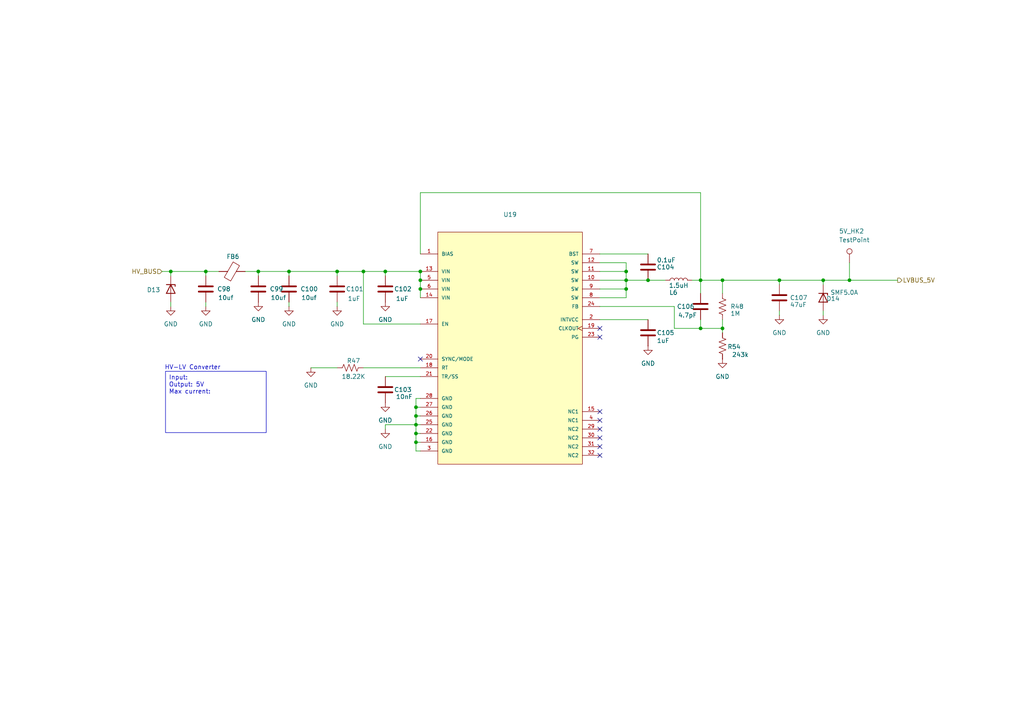
<source format=kicad_sch>
(kicad_sch (version 20250114) (generator "eeschema") (generator_version "9.0")
  (paper "A4")
  (lib_symbols
    (symbol "Connector:TestPoint" (pin_numbers (hide yes)) (pin_names (offset 0.762) (hide yes))
      (property "Reference" "TP" (at 0 6.858 0))
      (property "Value" "TestPoint" (at 0 5.08 0))
      (symbol "TestPoint_0_1"
        (circle (center 0 3.302) (radius 0.762))
      )
      (symbol "TestPoint_1_1"
        (pin passive line (at 0 0 90) (length 2.54) (name "1") (number "1"))
      )
    )
    (symbol "Device:C" (pin_numbers (hide yes)) (pin_names (offset 0.254))
      (property "Reference" "C" (at 0.635 2.54 0))
      (property "Value" "C" (at 0.635 -2.54 0))
      (symbol "C_0_1"
        (polyline (pts (xy -2.032 0.762) (xy 2.032 0.762)) (stroke (width 0.508)))
        (polyline (pts (xy -2.032 -0.762) (xy 2.032 -0.762)) (stroke (width 0.508)))
      )
      (symbol "C_1_1"
        (pin passive line (at 0 3.81 270) (length 2.794) (name "~") (number "1"))
        (pin passive line (at 0 -3.81 90) (length 2.794) (name "~") (number "2"))
      )
    )
    (symbol "Device:D_Zener" (pin_numbers (hide yes)) (pin_names (offset 1.016) (hide yes))
      (property "Reference" "D" (at 0 2.54 0))
      (property "Value" "D_Zener" (at 0 -2.54 0))
      (symbol "D_Zener_0_1"
        (polyline (pts (xy -1.27 -1.27) (xy -1.27 1.27) (xy -0.762 1.27)) (stroke (width 0.254)))
        (polyline (pts (xy 1.27 0) (xy -1.27 0)))
        (polyline (pts (xy 1.27 -1.27) (xy 1.27 1.27) (xy -1.27 0) (xy 1.27 -1.27)) (stroke (width 0.254)))
      )
      (symbol "D_Zener_1_1"
        (pin passive line (at -3.81 0 0) (length 2.54) (name "K") (number "1"))
        (pin passive line (at 3.81 0 180) (length 2.54) (name "A") (number "2"))
      )
    )
    (symbol "Device:FerriteBead" (pin_numbers (hide yes)) (pin_names (offset 0))
      (property "Reference" "FB" (at -3.81 0.635 90))
      (property "Value" "FerriteBead" (at 3.81 0 90))
      (symbol "FerriteBead_0_1"
        (polyline (pts (xy -2.7686 0.4064) (xy -1.7018 2.2606) (xy 2.7686 -0.3048) (xy 1.6764 -2.159) (xy -2.7686 0.4064)))
        (polyline (pts (xy 0 1.27) (xy 0 1.2954)))
        (polyline (pts (xy 0 -1.27) (xy 0 -1.2192)))
      )
      (symbol "FerriteBead_1_1"
        (pin passive line (at 0 3.81 270) (length 2.54) (name "~") (number "1"))
        (pin passive line (at 0 -3.81 90) (length 2.54) (name "~") (number "2"))
      )
    )
    (symbol "Device:L" (pin_numbers (hide yes)) (pin_names (offset 1.016) (hide yes))
      (property "Reference" "L" (at -1.27 0 90))
      (property "Value" "L" (at 1.905 0 90))
      (symbol "L_0_1"
        (arc (start 0 2.54) (mid 0.6323 1.905) (end 0 1.27))
        (arc (start 0 1.27) (mid 0.6323 0.635) (end 0 0))
        (arc (start 0 0) (mid 0.6323 -0.635) (end 0 -1.27))
        (arc (start 0 -1.27) (mid 0.6323 -1.905) (end 0 -2.54))
      )
      (symbol "L_1_1"
        (pin passive line (at 0 3.81 270) (length 1.27) (name "1") (number "1"))
        (pin passive line (at 0 -3.81 90) (length 1.27) (name "2") (number "2"))
      )
    )
    (symbol "Device:R_US" (pin_numbers (hide yes)) (pin_names (offset 0))
      (property "Reference" "R" (at 2.54 0 90))
      (property "Value" "R_US" (at -2.54 0 90))
      (symbol "R_US_0_1"
        (polyline (pts (xy 0 2.286) (xy 0 2.54)))
        (polyline (pts (xy 0 2.286) (xy 1.016 1.905) (xy 0 1.524) (xy -1.016 1.143) (xy 0 0.762)))
        (polyline (pts (xy 0 0.762) (xy 1.016 0.381) (xy 0 0) (xy -1.016 -0.381) (xy 0 -0.762)))
        (polyline (pts (xy 0 -0.762) (xy 1.016 -1.143) (xy 0 -1.524) (xy -1.016 -1.905) (xy 0 -2.286)))
        (polyline (pts (xy 0 -2.286) (xy 0 -2.54)))
      )
      (symbol "R_US_1_1"
        (pin passive line (at 0 3.81 270) (length 1.27) (name "~") (number "1"))
        (pin passive line (at 0 -3.81 90) (length 1.27) (name "~") (number "2"))
      )
    )
    (symbol "_LT8640S:LT8640SEV_PBF" (pin_names (offset 1.016))
      (property "Reference" "U" (at -21.59 36.576 0))
      (property "Value" "LT8640SEV_PBF" (at -21.59 -34.544 0))
      (symbol "LT8640SEV_PBF_0_0"
        (rectangle (start -21.59 35.56) (end 20.32 -31.75) (stroke (width 0.1524)) (fill (type background)))
        (pin input line (at -26.67 29.21 0) (length 5.08) (name "BIAS") (number "1"))
        (pin input line (at -26.67 24.13 0) (length 5.08) (name "VIN") (number "13"))
        (pin input line (at -26.67 21.59 0) (length 5.08) (name "VIN") (number "5"))
        (pin input line (at -26.67 19.05 0) (length 5.08) (name "VIN") (number "6"))
        (pin input line (at -26.67 16.51 0) (length 5.08) (name "VIN") (number "14"))
        (pin input line (at -26.67 8.89 0) (length 5.08) (name "EN") (number "17"))
        (pin input line (at -26.67 -1.27 0) (length 5.08) (name "SYNC/MODE") (number "20"))
        (pin passive line (at -26.67 -3.81 0) (length 5.08) (name "RT") (number "18"))
        (pin passive line (at -26.67 -6.35 0) (length 5.08) (name "TR/SS") (number "21"))
        (pin power_in line (at -26.67 -12.7 0) (length 5.08) (name "GND") (number "28"))
        (pin power_in line (at -26.67 -15.24 0) (length 5.08) (name "GND") (number "27"))
        (pin power_in line (at -26.67 -17.78 0) (length 5.08) (name "GND") (number "26"))
        (pin power_in line (at -26.67 -20.32 0) (length 5.08) (name "GND") (number "25"))
        (pin power_in line (at -26.67 -22.86 0) (length 5.08) (name "GND") (number "22"))
        (pin power_in line (at -26.67 -25.4 0) (length 5.08) (name "GND") (number "16"))
        (pin power_in line (at -26.67 -27.94 0) (length 5.08) (name "GND") (number "3"))
        (pin passive line (at 25.4 29.21 180) (length 5.08) (name "BST") (number "7"))
        (pin input line (at 25.4 13.97 180) (length 5.08) (name "FB") (number "24"))
        (pin passive line (at 25.4 10.16 180) (length 5.08) (name "INTVCC") (number "2"))
        (pin output clock (at 25.4 7.62 180) (length 5.08) (name "CLKOUT") (number "19"))
        (pin output line (at 25.4 5.08 180) (length 5.08) (name "PG") (number "23"))
        (pin power_in line (at 25.4 -16.51 180) (length 5.08) (name "NC1") (number "15"))
        (pin power_in line (at 25.4 -19.05 180) (length 5.08) (name "NC1") (number "4"))
        (pin power_in line (at 25.4 -21.59 180) (length 5.08) (name "NC2") (number "29"))
        (pin power_in line (at 25.4 -24.13 180) (length 5.08) (name "NC2") (number "30"))
        (pin power_in line (at 25.4 -26.67 180) (length 5.08) (name "NC2") (number "31"))
        (pin power_in line (at 25.4 -29.21 180) (length 5.08) (name "NC2") (number "32"))
      )
      (symbol "LT8640SEV_PBF_1_0"
        (pin passive line (at 25.4 26.67 180) (length 5.08) (name "SW") (number "12"))
        (pin passive line (at 25.4 24.13 180) (length 5.08) (name "SW") (number "11"))
        (pin passive line (at 25.4 21.59 180) (length 5.08) (name "SW") (number "10"))
        (pin passive line (at 25.4 19.05 180) (length 5.08) (name "SW") (number "9"))
        (pin passive line (at 25.4 16.51 180) (length 5.08) (name "SW") (number "8"))
      )
    )
    (symbol "power:GND" (power) (pin_numbers (hide yes)) (pin_names (offset 0) (hide yes))
      (property "Value" "GND" (at 0 -3.81 0))
      (symbol "GND_0_1"
        (polyline (pts (xy 0 0) (xy 0 -1.27) (xy 1.27 -1.27) (xy 0 -2.54) (xy -1.27 -1.27) (xy 0 -1.27)))
      )
      (symbol "GND_1_1"
        (pin power_in line (at 0 0 270) (length 0) (name "~") (number "1"))
      )
    )
  )
  (text "HV-LV Converter\n" (at 55.88 106.68 0) (effects (font (size 1.27 1.27))))
  (text_box "Input:\nOutput: 5V\nMax current: " (at 48.006 107.696 0) (size 29.21 17.78) (margins 0.9525 0.9525 0.9525 0.9525) (effects (font (size 1.27 1.27)) (justify left top)))
  (junction (at 111.76 78.74))
  (junction (at 238.76 81.28))
  (junction (at 209.55 81.28))
  (junction (at 83.82 78.74))
  (junction (at 181.61 81.28))
  (junction (at 97.79 78.74))
  (junction (at 121.92 81.28))
  (junction (at 181.61 83.82))
  (junction (at 121.92 78.74))
  (junction (at 187.96 81.28))
  (junction (at 181.61 78.74))
  (junction (at 120.65 125.73))
  (junction (at 209.55 95.25))
  (junction (at 105.41 78.74))
  (junction (at 226.06 81.28))
  (junction (at 49.53 78.74))
  (junction (at 203.2 81.28))
  (junction (at 120.65 118.11))
  (junction (at 246.38 81.28))
  (junction (at 74.93 78.74))
  (junction (at 120.65 123.19))
  (junction (at 59.69 78.74))
  (junction (at 203.2 95.25))
  (junction (at 121.92 83.82))
  (junction (at 120.65 128.27))
  (junction (at 120.65 120.65))
  (no_connect (at 173.99 97.79))
  (no_connect (at 173.99 127))
  (no_connect (at 173.99 129.54))
  (no_connect (at 173.99 121.92))
  (no_connect (at 173.99 124.46))
  (no_connect (at 173.99 119.38))
  (no_connect (at 173.99 95.25))
  (no_connect (at 121.92 104.14))
  (no_connect (at 173.99 132.08))
  (wire (pts (xy 187.96 81.28) (xy 193.04 81.28)))
  (wire (pts (xy 59.69 80.01) (xy 59.69 78.74)))
  (wire (pts (xy 203.2 55.88) (xy 203.2 81.28)))
  (wire (pts (xy 71.12 78.74) (xy 74.93 78.74)))
  (wire (pts (xy 209.55 95.25) (xy 209.55 96.52)))
  (wire (pts (xy 121.92 81.28) (xy 121.92 83.82)))
  (wire (pts (xy 238.76 81.28) (xy 246.38 81.28)))
  (wire (pts (xy 120.65 123.19) (xy 121.92 123.19)))
  (wire (pts (xy 195.58 95.25) (xy 203.2 95.25)))
  (wire (pts (xy 238.76 90.17) (xy 238.76 91.44)))
  (wire (pts (xy 120.65 120.65) (xy 121.92 120.65)))
  (wire (pts (xy 226.06 91.44) (xy 226.06 90.17)))
  (wire (pts (xy 181.61 78.74) (xy 181.61 76.2)))
  (wire (pts (xy 173.99 81.28) (xy 181.61 81.28)))
  (wire (pts (xy 111.76 109.22) (xy 121.92 109.22)))
  (wire (pts (xy 97.79 78.74) (xy 105.41 78.74)))
  (wire (pts (xy 173.99 88.9) (xy 195.58 88.9)))
  (wire (pts (xy 121.92 55.88) (xy 121.92 73.66)))
  (wire (pts (xy 120.65 130.81) (xy 121.92 130.81)))
  (wire (pts (xy 203.2 81.28) (xy 209.55 81.28)))
  (wire (pts (xy 209.55 81.28) (xy 209.55 85.09)))
  (wire (pts (xy 59.69 78.74) (xy 63.5 78.74)))
  (wire (pts (xy 120.65 128.27) (xy 121.92 128.27)))
  (wire (pts (xy 209.55 92.71) (xy 209.55 95.25)))
  (wire (pts (xy 59.69 88.9) (xy 59.69 87.63)))
  (wire (pts (xy 195.58 88.9) (xy 195.58 95.25)))
  (wire (pts (xy 120.65 128.27) (xy 120.65 130.81)))
  (wire (pts (xy 203.2 95.25) (xy 203.2 92.71)))
  (wire (pts (xy 111.76 123.19) (xy 120.65 123.19)))
  (wire (pts (xy 74.93 80.01) (xy 74.93 78.74)))
  (wire (pts (xy 105.41 78.74) (xy 105.41 93.98)))
  (wire (pts (xy 120.65 118.11) (xy 121.92 118.11)))
  (wire (pts (xy 121.92 55.88) (xy 203.2 55.88)))
  (wire (pts (xy 181.61 83.82) (xy 181.61 81.28)))
  (wire (pts (xy 173.99 78.74) (xy 181.61 78.74)))
  (wire (pts (xy 83.82 78.74) (xy 97.79 78.74)))
  (wire (pts (xy 49.53 87.63) (xy 49.53 88.9)))
  (wire (pts (xy 105.41 93.98) (xy 121.92 93.98)))
  (wire (pts (xy 74.93 78.74) (xy 83.82 78.74)))
  (wire (pts (xy 120.65 125.73) (xy 120.65 128.27)))
  (wire (pts (xy 83.82 80.01) (xy 83.82 78.74)))
  (wire (pts (xy 90.17 106.68) (xy 97.79 106.68)))
  (wire (pts (xy 246.38 81.28) (xy 246.38 76.2)))
  (wire (pts (xy 173.99 92.71) (xy 187.96 92.71)))
  (wire (pts (xy 173.99 73.66) (xy 187.96 73.66)))
  (wire (pts (xy 120.65 120.65) (xy 120.65 123.19)))
  (wire (pts (xy 120.65 115.57) (xy 120.65 118.11)))
  (wire (pts (xy 238.76 81.28) (xy 238.76 82.55)))
  (wire (pts (xy 209.55 81.28) (xy 226.06 81.28)))
  (wire (pts (xy 226.06 82.55) (xy 226.06 81.28)))
  (wire (pts (xy 111.76 123.19) (xy 111.76 124.46)))
  (wire (pts (xy 105.41 106.68) (xy 121.92 106.68)))
  (wire (pts (xy 173.99 86.36) (xy 181.61 86.36)))
  (wire (pts (xy 111.76 78.74) (xy 121.92 78.74)))
  (wire (pts (xy 83.82 88.9) (xy 83.82 87.63)))
  (wire (pts (xy 121.92 78.74) (xy 121.92 81.28)))
  (wire (pts (xy 49.53 78.74) (xy 49.53 80.01)))
  (wire (pts (xy 120.65 125.73) (xy 121.92 125.73)))
  (wire (pts (xy 120.65 123.19) (xy 120.65 125.73)))
  (wire (pts (xy 226.06 81.28) (xy 238.76 81.28)))
  (wire (pts (xy 246.38 81.28) (xy 260.35 81.28)))
  (wire (pts (xy 121.92 115.57) (xy 120.65 115.57)))
  (wire (pts (xy 49.53 78.74) (xy 59.69 78.74)))
  (wire (pts (xy 200.66 81.28) (xy 203.2 81.28)))
  (wire (pts (xy 173.99 83.82) (xy 181.61 83.82)))
  (wire (pts (xy 173.99 76.2) (xy 181.61 76.2)))
  (wire (pts (xy 181.61 81.28) (xy 187.96 81.28)))
  (wire (pts (xy 105.41 78.74) (xy 111.76 78.74)))
  (wire (pts (xy 97.79 88.9) (xy 97.79 87.63)))
  (wire (pts (xy 181.61 81.28) (xy 181.61 78.74)))
  (wire (pts (xy 121.92 83.82) (xy 121.92 86.36)))
  (wire (pts (xy 111.76 80.01) (xy 111.76 78.74)))
  (wire (pts (xy 46.99 78.74) (xy 49.53 78.74)))
  (wire (pts (xy 120.65 118.11) (xy 120.65 120.65)))
  (wire (pts (xy 209.55 95.25) (xy 203.2 95.25)))
  (wire (pts (xy 203.2 85.09) (xy 203.2 81.28)))
  (wire (pts (xy 181.61 86.36) (xy 181.61 83.82)))
  (wire (pts (xy 97.79 80.01) (xy 97.79 78.74)))
  (hierarchical_label "HV_BUS" (shape input) (at 46.99 78.74 180))
  (hierarchical_label "LVBUS_5V" (shape output) (at 260.35 81.28 0))
  (symbol (lib_id "Device:C") (at 97.79 83.82 0) (unit 1)
    (property "Reference" "C101" (at 100.33 83.82 0) (effects (justify left)))
    (property "Value" "1uF" (at 100.838 86.614 0) (effects (justify left)))
    (property "Footprint" "Capacitor_SMD:C_0603_1608Metric" (effects (hide yes)))
    (property "Datasheet" "https://mm.digikey.com/Volume0/opasdata/d220001/medias/docus/506/UMK107AB7105KA-T_SS.pdf" (effects (hide yes)))
    (property "Description" "1 µF ±10% 50V Ceramic Capacitor X7R 0603 (1608 Metric)" (effects (hide yes)))
    (property "Mfr" "Taiyo Yuden" (effects (hide yes)))
    (property "Mfr P/N" "UMK107AB7105KA-T" (effects (hide yes)))
    (property "Supplier_1" "DigiKey" (effects (hide yes)))
    (property "Supplier_1 P/N" "587-3247-2-ND" (effects (hide yes)))
    (property "Supplier_1 Unit Price" "$0.08" (effects (hide yes)))
    (property "Supplier_1_Price @ QTY" "1" (effects (hide yes)))
  )
  (symbol (lib_id "Device:D_Zener") (at 49.53 83.82 270) (unit 1)
    (property "Reference" "D13" (at 46.482 84.074 90) (effects (justify right)))
    (property "Value" "SMCJ26A" (effects (hide yes)))
    (property "Footprint" "Diode_SMD:D_SMC" (effects (hide yes)))
    (property "Datasheet" "https://www.littelfuse.com/assetdocs/littelfuse_tvs_diode_smcj_datasheet.pdf?assetguid=37388813-0d6d-4329-969b-1aa8b7614ac1" (effects (hide yes)))
    (property "Description" "Zener diode" (effects (hide yes)))
    (property "PARTREV" "11/20/15" (effects (hide yes)))
    (property "STANDARD" "IPC-7351B" (effects (hide yes)))
    (property "MAXIMUM_PACKAGE_HEIGHT" "2.62mm" (effects (hide yes)))
    (property "MANUFACTURER" "LittelFuse" (effects (hide yes)))
    (property "Mfr" "Littelfuse Inc." (effects (hide yes)))
    (property "Mfr P/N" "SMCJ26A" (effects (hide yes)))
    (property "Supplier_1" "Digikey" (effects (hide yes)))
    (property "Supplier_1 P/N" "SMCJ26ALFTR-ND" (effects (hide yes)))
    (property "Supplier_1 Unit Price" "0.35000" (effects (hide yes)))
    (property "Supplier_1 Price @ Qty" "1" (effects (hide yes)))
  )
  (symbol (lib_id "Device:FerriteBead") (at 67.31 78.74 90) (unit 1)
    (property "Reference" "FB6" (at 67.564 74.422 90))
    (property "Value" "FerriteBead" (effects (hide yes)))
    (property "Footprint" "Inductor_SMD:L_1812_4532Metric" (effects (hide yes)))
    (property "Datasheet" "https://www.we-online.com/components/products/datasheet/74279226101.pdf" (effects (hide yes)))
    (property "Description" "Ferrite bead" (effects (hide yes)))
    (property "Mfr" "Würth Elektronik" (effects (hide yes)))
    (property "Mfr P/N" "74279226101" (effects (hide yes)))
    (property "Supplier_1" "DigiKey" (effects (hide yes)))
    (property "Supplier_1 P/N" "732-3431-2-ND" (effects (hide yes)))
    (property "Supplier_1 Unit Price" "$0.68" (effects (hide yes)))
    (property "Supplier_1_Price @ Qty" "1" (effects (hide yes)))
  )
  (symbol (lib_id "Device:D_Zener") (at 238.76 86.36 270) (unit 1)
    (property "Reference" "D14" (at 243.586 86.614 90) (effects (justify right)))
    (property "Value" "SMF5.0A" (at 248.92 84.836 90) (effects (justify right)))
    (property "Footprint" "Diode_SMD:D_SOD-123F" (effects (hide yes)))
    (property "Datasheet" "https://diotec.com/request/datasheet/smf50a.pdf" (effects (hide yes)))
    (property "Description" "Zener diode" (effects (hide yes)))
    (property "PARTREV" "11/20/15" (effects (hide yes)))
    (property "STANDARD" "IPC-7351B" (effects (hide yes)))
    (property "MAXIMUM_PACKAGE_HEIGHT" "2.62mm" (effects (hide yes)))
    (property "Mfr" "Diotec Semiconductor" (effects (hide yes)))
    (property "Mfr P/N" "SMF5.0A" (effects (hide yes)))
    (property "Supplier_1" "DigiKey" (effects (hide yes)))
    (property "Supplier_1 P/N" "4878-SMF5.0ATR-ND" (effects (hide yes)))
    (property "Supplier_1 Unit Price" "0.25000" (effects (hide yes)))
    (property "Supplier_1 Price @ Qty" "1" (effects (hide yes)))
  )
  (symbol (lib_id "power:GND") (at 226.06 91.44 0) (unit 1)
    (property "Reference" "#PWR0171" (effects (hide yes)))
    (property "Value" "GND" (at 226.06 96.52 0))
    (property "Description" "Power symbol creates a global label with name \"GND\" , ground" (effects (hide yes)))
  )
  (symbol (lib_id "Device:C") (at 111.76 113.03 0) (unit 1)
    (property "Reference" "C103" (at 114.3 113.03 0) (effects (justify left)))
    (property "Value" "10nF" (at 114.808 115.062 0) (effects (justify left)))
    (property "Footprint" "Capacitor_SMD:C_0603_1608Metric" (effects (hide yes)))
    (property "Datasheet" "https://mm.digikey.com/Volume0/opasdata/d220001/medias/docus/609/CL10B103KB8NNNC_Spec.pdf" (effects (hide yes)))
    (property "Description" "10000 pF ±10% 50V Ceramic Capacitor X7R 0603 (1608 Metric)" (effects (hide yes)))
    (property "Mfr" "Samsung Electro-Mechanics" (effects (hide yes)))
    (property "Mfr P/N" "CL10B103KB8NNNC" (effects (hide yes)))
    (property "Supplier_1" "DigiKey" (effects (hide yes)))
    (property "Supplier_1 P/N" "1276-1009-2-ND" (effects (hide yes)))
    (property "Supplier_1 Unit Price" "$0.08" (effects (hide yes)))
    (property "Supplier_1_Price @ QTY" "1" (effects (hide yes)))
  )
  (symbol (lib_id "_LT8640S:LT8640SEV_PBF") (at 148.59 102.87 0) (unit 1)
    (property "Reference" "U19" (at 147.955 62.23 0))
    (property "Value" "LT8640SEV_PBF" (effects (hide yes)))
    (property "Footprint" "_LVBus:CONV_LT8640SEV_PBF" (effects (hide yes)))
    (property "Datasheet" "https://www.analog.com/media/en/technical-documentation/data-sheets/lt8640s-8643s.pdf" (effects (hide yes)))
    (property "Description" "IC REG BUCK ADJ 6A 24LQFN" (effects (hide yes)))
    (property "Mfr" "Analog Devices Inc." (effects (hide yes)))
    (property "Mfr P/N" "LT8640SEV#PBF" (effects (hide yes)))
    (property "Supplier_1" "Digikey" (effects (hide yes)))
    (property "Supplier_1 P/N" "505-LT8640SEV#PBF-ND" (effects (hide yes)))
    (property "Supplier_1 Unit Price" "13.52000" (effects (hide yes)))
    (property "Supplier_1 Price @ Qty" "1" (effects (hide yes)))
  )
  (symbol (lib_id "power:GND") (at 111.76 124.46 0) (unit 1)
    (property "Reference" "#PWR0168" (effects (hide yes)))
    (property "Value" "GND" (at 111.76 129.54 0))
    (property "Description" "Power symbol creates a global label with name \"GND\" , ground" (effects (hide yes)))
  )
  (symbol (lib_id "Connector:TestPoint") (at 246.38 76.2 0) (unit 1)
    (property "Reference" "5V_HK2" (at 243.332 67.056 0) (effects (justify left)))
    (property "Value" "TestPoint" (at 243.332 69.596 0) (effects (justify left)))
    (property "Footprint" "_LVBus:HARWIN_S1751-46R" (effects (hide yes)))
    (property "Datasheet" "https://content.harwin.com/m/c5b84e6a45e9b9f6/original/DRG-02202-Technical-Drawing-Datasheet-S1751R-pdf.pdf" (effects (hide yes)))
    (property "Description" "PC TEST POINT NATURAL" (effects (hide yes)))
    (property "Mfr" "Harwin Inc." (effects (hide yes)))
    (property "Mfr P/N" "S1751-46R" (effects (hide yes)))
    (property "Supplier_1" "Digikey" (effects (hide yes)))
    (property "Supplier_1 P/N" "952-1478-2-ND" (effects (hide yes)))
    (property "Supplier_1 Unit Price" "0.28000" (effects (hide yes)))
    (property "Supplier_1 Price @ Qty" "1" (effects (hide yes)))
  )
  (symbol (lib_id "Device:R_US") (at 209.55 88.9 0) (unit 1)
    (property "Reference" "R48" (at 211.836 88.9 0) (effects (justify left)))
    (property "Value" "1M" (at 211.836 90.932 0) (effects (justify left)))
    (property "Footprint" "Resistor_SMD:R_0603_1608Metric" (effects (hide yes)))
    (property "Datasheet" "https://industrial.panasonic.com/cdbs/www-data/pdf/RDA0000/AOA0000C304.pdf" (effects (hide yes)))
    (property "Description" "RES SMD 1M OHM 1% 1/10W 0603" (effects (hide yes)))
    (property "Mfr" "Panasonic Electronic Components" (effects (hide yes)))
    (property "Mfr P/N" "ERJ-3EKF1004V" (effects (hide yes)))
    (property "Supplier_1" "DigiKey" (effects (hide yes)))
    (property "Supplier_1 P/N" "P1.00MHTR-ND" (effects (hide yes)))
    (property "Supplier_1 Unit Price" "0.10" (effects (hide yes)))
    (property "Supplier_1 Price @ Qty" "1" (effects (hide yes)))
  )
  (symbol (lib_id "power:GND") (at 90.17 106.68 0) (unit 1)
    (property "Reference" "#PWR0164" (effects (hide yes)))
    (property "Value" "GND" (at 90.17 111.76 0))
    (property "Description" "Power symbol creates a global label with name \"GND\" , ground" (effects (hide yes)))
  )
  (symbol (lib_id "Device:C") (at 203.2 88.9 0) (unit 1)
    (property "Reference" "C106" (at 198.882 88.9 0))
    (property "Value" "4.7pF" (at 199.39 91.44 0))
    (property "Footprint" "Capacitor_SMD:C_0603_1608Metric" (effects (hide yes)))
    (property "Datasheet" "https://search.murata.co.jp/Ceramy/image/img/A01X/G101/ENG/GRM1885C1H4R7CA01-01.pdf" (effects (hide yes)))
    (property "Description" "CAP CER 4.7PF 50V C0G/NP0 0603" (effects (hide yes)))
    (property "Mfr" "Murata Electronics" (effects (hide yes)))
    (property "Mfr P/N" "GRM1885C1H4R7CA01D" (effects (hide yes)))
    (property "Supplier_1" "DigiKey" (effects (hide yes)))
    (property "Supplier_1 P/N" "490-12722-2-ND" (effects (hide yes)))
    (property "Supplier_1 Unit Price" "0.12" (effects (hide yes)))
    (property "Supplier_1_Price @ QTY" "1" (effects (hide yes)))
  )
  (symbol (lib_id "power:GND") (at 209.55 104.14 0) (unit 1)
    (property "Reference" "#PWR0170" (effects (hide yes)))
    (property "Value" "GND" (at 209.55 109.22 0))
    (property "Description" "Power symbol creates a global label with name \"GND\" , ground" (effects (hide yes)))
  )
  (symbol (lib_id "Device:C") (at 83.82 83.82 0) (unit 1)
    (property "Reference" "C100" (at 87.122 83.82 0) (effects (justify left)))
    (property "Value" "10uf" (at 87.376 86.36 0) (effects (justify left)))
    (property "Footprint" "Capacitor_SMD:C_1210_3225Metric" (effects (hide yes)))
    (property "Datasheet" "https://mm.digikey.com/Volume0/opasdata/d220001/medias/docus/41/CL32B106KBJNNWE_Spec.pdf" (effects (hide yes)))
    (property "Description" "CAP CER 10UF 50V X7R 1210" (effects (hide yes)))
    (property "Mfr" "Samsung Electro-Mechanics" (effects (hide yes)))
    (property "Mfr P/N" "CL32B106KBJNNWE" (effects (hide yes)))
    (property "Supplier_1" "DigiKey" (effects (hide yes)))
    (property "Supplier_1 P/N" "1276-3388-2-ND" (effects (hide yes)))
    (property "Supplier_1 Unit Price" "$0.22" (effects (hide yes)))
    (property "Supplier_1_Price @ Qty" "1" (effects (hide yes)))
  )
  (symbol (lib_id "Device:C") (at 111.76 83.82 0) (unit 1)
    (property "Reference" "C102" (at 114.3 83.82 0) (effects (justify left)))
    (property "Value" "1uF" (at 114.808 86.614 0) (effects (justify left)))
    (property "Footprint" "Capacitor_SMD:C_0603_1608Metric" (effects (hide yes)))
    (property "Datasheet" "https://mm.digikey.com/Volume0/opasdata/d220001/medias/docus/506/UMK107AB7105KA-T_SS.pdf" (effects (hide yes)))
    (property "Description" "1 µF ±10% 50V Ceramic Capacitor X7R 0603 (1608 Metric)" (effects (hide yes)))
    (property "Mfr" "Taiyo Yuden" (effects (hide yes)))
    (property "Mfr P/N" "UMK107AB7105KA-T" (effects (hide yes)))
    (property "Supplier_1" "DigiKey" (effects (hide yes)))
    (property "Supplier_1 P/N" "587-3247-2-ND" (effects (hide yes)))
    (property "Supplier_1 Unit Price" "$0.08" (effects (hide yes)))
    (property "Supplier_1_Price @ QTY" "1" (effects (hide yes)))
  )
  (symbol (lib_id "power:GND") (at 111.76 87.63 0) (unit 1)
    (property "Reference" "#PWR0166" (effects (hide yes)))
    (property "Value" "GND" (at 111.76 92.71 0))
    (property "Description" "Power symbol creates a global label with name \"GND\" , ground" (effects (hide yes)))
  )
  (symbol (lib_id "power:GND") (at 97.79 88.9 0) (unit 1)
    (property "Reference" "#PWR0165" (effects (hide yes)))
    (property "Value" "GND" (at 97.79 93.98 0))
    (property "Description" "Power symbol creates a global label with name \"GND\" , ground" (effects (hide yes)))
  )
  (symbol (lib_id "power:GND") (at 83.82 88.9 0) (unit 1)
    (property "Reference" "#PWR0163" (effects (hide yes)))
    (property "Value" "GND" (at 83.82 93.98 0))
    (property "Description" "Power symbol creates a global label with name \"GND\" , ground" (effects (hide yes)))
  )
  (symbol (lib_id "Device:C") (at 226.06 86.36 0) (unit 1)
    (property "Reference" "C107" (at 229.108 86.36 0) (effects (justify left)))
    (property "Value" "47uF" (at 229.108 88.392 0) (effects (justify left)))
    (property "Footprint" "Capacitor_SMD:C_1210_3225Metric" (effects (hide yes)))
    (property "Datasheet" "https://mm.digikey.com/Volume0/opasdata/d220001/medias/docus/7155/DataSheet_CL32A476KOJNNN_20250708.pdf" (effects (hide yes)))
    (property "Description" "CAP CER 47UF 16V X5R 1210" (effects (hide yes)))
    (property "Mfr" "Samsung Electro-Mechanics" (effects (hide yes)))
    (property "Mfr P/N" "CL32A476KOJNNNE" (effects (hide yes)))
    (property "Supplier_1" "DigiKey" (effects (hide yes)))
    (property "Supplier_1 Unit Price" "$0.68" (effects (hide yes)))
    (property "Supplier_1 P/N" "1276-3376-2-ND" (effects (hide yes)))
    (property "Supplier_1_Price @ QTY" "1" (effects (hide yes)))
  )
  (symbol (lib_id "Device:L") (at 196.85 81.28 90) (unit 1)
    (property "Reference" "L6" (at 195.326 84.836 90))
    (property "Value" "1.5uH" (at 196.85 82.804 90))
    (property "Footprint" "_LVBus:Lair Inductor" (effects (hide yes)))
    (property "Datasheet" "https://www.laird.com/document/datasheet/tya4020-series-datasheet" (effects (hide yes)))
    (property "Description" "Inductor" (effects (hide yes)))
    (property "Mfr" "Laird-Signal Integrity Products" (effects (hide yes)))
    (property "Mfr P/N" "TYA40201R5M-10" (effects (hide yes)))
    (property "Supplier_1" "Digikey" (effects (hide yes)))
    (property "Supplier_1 P/N" "240-TYA40201R5M-10TR-ND" (effects (hide yes)))
    (property "Supplier_1 Unit Price" "0.37000" (effects (hide yes)))
    (property "Supplier_1 Price @ Qty" "1" (effects (hide yes)))
  )
  (symbol (lib_id "power:GND") (at 49.53 88.9 0) (unit 1)
    (property "Reference" "#PWR0160" (effects (hide yes)))
    (property "Value" "GND" (at 49.53 93.98 0))
    (property "Description" "Power symbol creates a global label with name \"GND\" , ground" (effects (hide yes)))
  )
  (symbol (lib_id "power:GND") (at 111.76 116.84 0) (unit 1)
    (property "Reference" "#PWR0167" (effects (hide yes)))
    (property "Value" "GND" (at 111.76 121.92 0))
    (property "Description" "Power symbol creates a global label with name \"GND\" , ground" (effects (hide yes)))
  )
  (symbol (lib_id "Device:C") (at 59.69 83.82 0) (unit 1)
    (property "Reference" "C98" (at 62.992 83.82 0) (effects (justify left)))
    (property "Value" "10uf" (at 63.246 86.36 0) (effects (justify left)))
    (property "Footprint" "Capacitor_SMD:C_1210_3225Metric" (effects (hide yes)))
    (property "Datasheet" "https://mm.digikey.com/Volume0/opasdata/d220001/medias/docus/41/CL32B106KBJNNWE_Spec.pdf" (effects (hide yes)))
    (property "Description" "CAP CER 10UF 50V X7R 1210" (effects (hide yes)))
    (property "Mfr" "Samsung Electro-Mechanics" (effects (hide yes)))
    (property "Mfr P/N" "CL32B106KBJNNWE" (effects (hide yes)))
    (property "Supplier_1" "DigiKey" (effects (hide yes)))
    (property "Supplier_1 P/N" "1276-3388-2-ND" (effects (hide yes)))
    (property "Supplier_1 Unit Price" "$0.22" (effects (hide yes)))
    (property "Supplier_1_Price @ Qty" "1" (effects (hide yes)))
  )
  (symbol (lib_id "Device:R_US") (at 101.6 106.68 270) (unit 1)
    (property "Reference" "R47" (at 100.584 104.648 90) (effects (justify left)))
    (property "Value" "18.22K" (at 99.06 109.22 90) (effects (justify left)))
    (property "Footprint" "Resistor_SMD:R_0603_1608Metric" (effects (hide yes)))
    (property "Datasheet" "https://industrial.panasonic.com/cdbs/www-data/pdf/RDM0000/AOA0000C307.pdf" (effects (hide yes)))
    (property "Description" "18.2 kOhms ±0.1% 0.1W, 1/10W Chip Resistor 0603 (1608 Metric) Automotive AEC-Q200 Thin Film" (effects (hide yes)))
    (property "Mfr" "Panasonic Electronic Components" (effects (hide yes)))
    (property "Mfr P/N" "ERA-3AEB1822V" (effects (hide yes)))
    (property "Supplier_1" "Digikey" (effects (hide yes)))
    (property "Supplier_1 P/N" "P18.2KDBTR-ND" (effects (hide yes)))
    (property "Supplier_1 Unit Price" "0.10000" (effects (hide yes)))
    (property "Supplier_1 Price @ Qty" "1" (effects (hide yes)))
  )
  (symbol (lib_id "Device:C") (at 187.96 77.47 0) (unit 1)
    (property "Reference" "C104" (at 190.5 77.47 0) (effects (justify left)))
    (property "Value" "0.1uF" (at 190.5 75.438 0) (effects (justify left)))
    (property "Footprint" "Capacitor_SMD:C_0603_1608Metric" (effects (hide yes)))
    (property "Datasheet" "https://mm.digikey.com/Volume0/opasdata/d220001/medias/docus/609/CL10B104KB8NNNC_Spec.pdf" (effects (hide yes)))
    (property "Description" "0.1 µF ±10% 50V Ceramic Capacitor X7R 0603 (1608 Metric)" (effects (hide yes)))
    (property "Mfr" "Samsung Electro-Mechanics" (effects (hide yes)))
    (property "Mfr P/N" "CL10B104KB8NNNC" (effects (hide yes)))
    (property "Supplier_1" "DigiKey" (effects (hide yes)))
    (property "Supplier_1 P/N" "1276-1000-2-ND" (effects (hide yes)))
    (property "Supplier_1 Unit Price" "$0.08" (effects (hide yes)))
    (property "Supplier_1_Price @ QTY" "1" (effects (hide yes)))
  )
  (symbol (lib_id "power:GND") (at 74.93 87.63 0) (unit 1)
    (property "Reference" "#PWR0162" (effects (hide yes)))
    (property "Value" "GND" (at 74.93 92.71 0))
    (property "Description" "Power symbol creates a global label with name \"GND\" , ground" (effects (hide yes)))
  )
  (symbol (lib_id "Device:C") (at 74.93 83.82 0) (unit 1)
    (property "Reference" "C99" (at 78.232 83.82 0) (effects (justify left)))
    (property "Value" "10uf" (at 78.486 86.36 0) (effects (justify left)))
    (property "Footprint" "Capacitor_SMD:C_1210_3225Metric" (effects (hide yes)))
    (property "Datasheet" "https://mm.digikey.com/Volume0/opasdata/d220001/medias/docus/41/CL32B106KBJNNWE_Spec.pdf" (effects (hide yes)))
    (property "Description" "CAP CER 10UF 50V X7R 1210" (effects (hide yes)))
    (property "Mfr" "Samsung Electro-Mechanics" (effects (hide yes)))
    (property "Mfr P/N" "CL32B106KBJNNWE" (effects (hide yes)))
    (property "Supplier_1" "DigiKey" (effects (hide yes)))
    (property "Supplier_1 P/N" "1276-3388-2-ND" (effects (hide yes)))
    (property "Supplier_1 Unit Price" "$0.22" (effects (hide yes)))
    (property "Supplier_1_Price @ Qty" "1" (effects (hide yes)))
  )
  (symbol (lib_id "power:GND") (at 187.96 100.33 0) (unit 1)
    (property "Reference" "#PWR0169" (effects (hide yes)))
    (property "Value" "GND" (at 187.96 105.41 0))
    (property "Description" "Power symbol creates a global label with name \"GND\" , ground" (effects (hide yes)))
  )
  (symbol (lib_id "Device:R_US") (at 209.55 100.33 180) (unit 1)
    (property "Reference" "R54" (at 214.884 100.584 0) (effects (justify left)))
    (property "Value" "243k" (at 217.17 102.87 0) (effects (justify left)))
    (property "Footprint" "Resistor_SMD:R_0603_1608Metric" (effects (hide yes)))
    (property "Datasheet" "https://industrial.panasonic.com/cdbs/www-data/pdf/RDM0000/AOA0000C307.pdf" (effects (hide yes)))
    (property "Description" "243 kOhms ±0.1% 0.1W, 1/10W Chip Resistor 0603 (1608 Metric) Automotive AEC-Q200 Thin Film" (effects (hide yes)))
    (property "Mfr" "Panasonic Electronic Components" (effects (hide yes)))
    (property "Mfr P/N" "ERA-3AEB2433V" (effects (hide yes)))
    (property "Supplier_1" "DigiKey" (effects (hide yes)))
    (property "Supplier_1 P/N" "P243KDBTR-ND" (effects (hide yes)))
    (property "Supplier_1 Unit Price" "0.10" (effects (hide yes)))
    (property "Supplier_1 Price @ Qty" "1" (effects (hide yes)))
  )
  (symbol (lib_id "power:GND") (at 59.69 88.9 0) (unit 1)
    (property "Reference" "#PWR0161" (effects (hide yes)))
    (property "Value" "GND" (at 59.69 93.98 0))
    (property "Description" "Power symbol creates a global label with name \"GND\" , ground" (effects (hide yes)))
  )
  (symbol (lib_id "Device:C") (at 187.96 96.52 0) (unit 1)
    (property "Reference" "C105" (at 190.5 96.52 0) (effects (justify left)))
    (property "Value" "1uF" (at 190.5 98.806 0) (effects (justify left)))
    (property "Footprint" "Capacitor_SMD:C_0603_1608Metric" (effects (hide yes)))
    (property "Datasheet" "https://mm.digikey.com/Volume0/opasdata/d220001/medias/docus/506/UMK107AB7105KA-T_SS.pdf" (effects (hide yes)))
    (property "Description" "CAP CER 1UF 50V X7R 0603" (effects (hide yes)))
    (property "MFR" "Taiyo Yuden" (effects (hide yes)))
    (property "MFR P/N" "UMK107AB7105KA-T" (effects (hide yes)))
    (property "Supplier_1" "DigiKey" (effects (hide yes)))
    (property "Supplier_1 P/N" "587-3247-2-ND" (effects (hide yes)))
    (property "Supplier_1 Unit Price" "$0.08" (effects (hide yes)))
    (property "Supplier_1_Price @ QTY" "1" (effects (hide yes)))
  )
  (symbol (lib_id "power:GND") (at 238.76 91.44 0) (unit 1)
    (property "Reference" "#PWR0172" (effects (hide yes)))
    (property "Value" "GND" (at 238.76 96.52 0))
    (property "Description" "Power symbol creates a global label with name \"GND\" , ground" (effects (hide yes)))
  )
)
</source>
